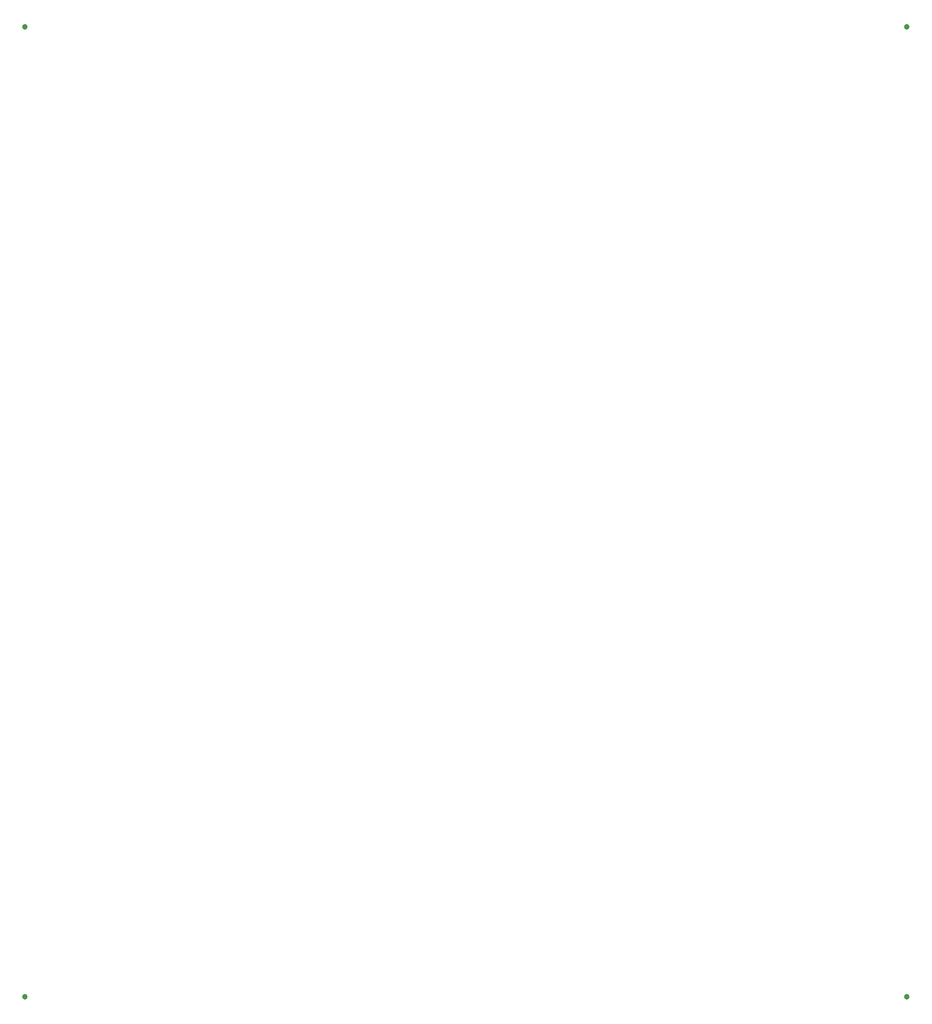
<source format=gbp>
%MOIN*%
%OFA0B0*%
%FSLAX44Y44*%
%IPPOS*%
%LPD*%
%ADD10C,0.047244094488188976*%
%ADD21C,0.047244094488188976*%
G01*
G75*
D10*
X00003937Y00001968D02*
D03*
X00078409Y00001968D02*
D03*
G04 next file*
G04 Layer_Color=128*
G04 skipping 71
G01*
G75*
D21*
X00078409Y00083858D02*
D03*
X00003937Y00083858D02*
D03*
G04 next file*
G04 Layer_Color=128*
G04 skipping 71
G01*
G75*
G04 next file*
G04 Layer_Color=128*
G04 skipping 71
G01*
G75*
G04 next file*
G04 Layer_Color=128*
G04 skipping 71
G01*
G75*
G04 next file*
G04 Layer_Color=128*
G04 skipping 71
G01*
G75*
G04 next file*
G04 Layer_Color=128*
G04 skipping 71
G01*
G75*
G04 next file*
G04 Layer_Color=128*
G04 skipping 71
G01*
G75*
G04 next file*
G04 Layer_Color=128*
G04 skipping 71
G01*
G75*
G04 next file*
G04 Layer_Color=128*
G04 skipping 71
G01*
G75*
G04 next file*
G04 Layer_Color=128*
G04 skipping 71
G01*
G75*
G04 next file*
G04 Layer_Color=128*
G04 skipping 71
G01*
G75*
G04 next file*
G04 Layer_Color=128*
G04 skipping 71
G01*
G75*
G04 next file*
G04 Layer_Color=128*
G04 skipping 71
G01*
G75*
M02*
</source>
